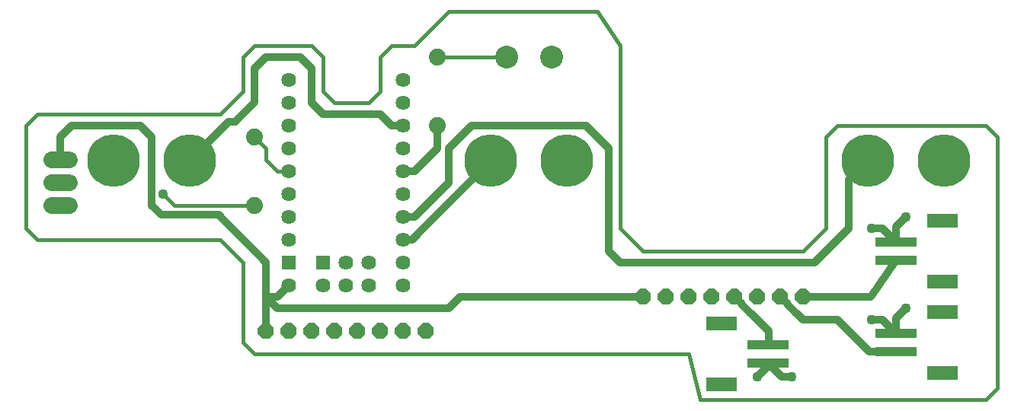
<source format=gtl>
G75*
%MOIN*%
%OFA0B0*%
%FSLAX25Y25*%
%IPPOS*%
%LPD*%
%AMOC8*
5,1,8,0,0,1.08239X$1,22.5*
%
%ADD10C,0.01600*%
%ADD11OC8,0.07000*%
%ADD12C,0.23000*%
%ADD13C,0.06400*%
%ADD14R,0.06400X0.06400*%
%ADD15R,0.18110X0.03937*%
%ADD16R,0.13386X0.06299*%
%ADD17C,0.07400*%
%ADD18C,0.07400*%
%ADD19C,0.10000*%
%ADD20C,0.03200*%
%ADD21C,0.04362*%
D10*
X0107980Y0026800D02*
X0112980Y0021800D01*
X0302980Y0021800D01*
X0307980Y0001800D01*
X0432980Y0001800D01*
X0437980Y0006800D01*
X0437980Y0116800D01*
X0432980Y0121800D01*
X0367980Y0121800D01*
X0362980Y0116800D01*
X0362980Y0076800D01*
X0352980Y0066800D01*
X0282980Y0066800D01*
X0272980Y0076800D01*
X0272980Y0156800D01*
X0262980Y0171800D01*
X0197980Y0171800D01*
X0182980Y0156800D01*
X0172980Y0156800D01*
X0167980Y0151800D01*
X0167980Y0136800D01*
X0162980Y0131800D01*
X0147980Y0131800D01*
X0142980Y0136800D01*
X0142980Y0151800D01*
X0137980Y0156800D01*
X0112980Y0156800D01*
X0107980Y0151800D01*
X0107980Y0136800D01*
X0097980Y0126800D01*
X0017980Y0126800D01*
X0012980Y0121800D01*
X0012980Y0076800D01*
X0017980Y0071800D01*
X0097980Y0071800D01*
X0107980Y0061800D01*
X0107980Y0026800D01*
X0112980Y0086800D02*
X0077980Y0086800D01*
X0072980Y0091800D01*
X0117980Y0106800D02*
X0122980Y0101800D01*
X0127980Y0101800D01*
X0117980Y0106800D02*
X0117980Y0111800D01*
X0112980Y0116800D01*
X0192980Y0151800D02*
X0223137Y0151800D01*
X0215918Y0106800D02*
X0216308Y0106410D01*
D11*
X0282980Y0046800D03*
X0292980Y0046800D03*
X0302980Y0046800D03*
X0312980Y0046800D03*
X0322980Y0046800D03*
X0332980Y0046800D03*
X0342980Y0046800D03*
X0352980Y0046800D03*
X0187980Y0031800D03*
X0177980Y0031800D03*
X0167980Y0031800D03*
X0157980Y0031800D03*
X0147980Y0031800D03*
X0137980Y0031800D03*
X0127980Y0031800D03*
X0117980Y0031800D03*
D12*
X0084609Y0106410D03*
X0051308Y0106410D03*
X0216308Y0106410D03*
X0249609Y0106410D03*
X0381308Y0106410D03*
X0414609Y0106410D03*
D13*
X0177980Y0101800D03*
X0177980Y0091800D03*
X0177980Y0081800D03*
X0177980Y0071800D03*
X0177980Y0061800D03*
X0162980Y0061800D03*
X0152980Y0061800D03*
X0152980Y0051800D03*
X0142980Y0051800D03*
X0127980Y0051800D03*
X0162980Y0051800D03*
X0177980Y0051800D03*
X0127980Y0071800D03*
X0127980Y0081800D03*
X0127980Y0091800D03*
X0127980Y0101800D03*
X0127980Y0111800D03*
X0127980Y0121800D03*
X0127980Y0131800D03*
X0127980Y0141800D03*
X0177980Y0141800D03*
X0177980Y0131800D03*
X0177980Y0121800D03*
X0177980Y0111800D03*
D14*
X0142980Y0061800D03*
X0127980Y0061800D03*
D15*
X0337547Y0025737D03*
X0337547Y0017863D03*
X0393413Y0022863D03*
X0393413Y0030737D03*
X0393413Y0062863D03*
X0393413Y0070737D03*
D16*
X0413886Y0080186D03*
X0413886Y0053414D03*
X0413886Y0040186D03*
X0413886Y0013414D03*
X0317074Y0008414D03*
X0317074Y0035186D03*
D17*
X0031680Y0086800D02*
X0024280Y0086800D01*
X0024280Y0096800D02*
X0031680Y0096800D01*
X0031680Y0106800D02*
X0024280Y0106800D01*
D18*
X0112980Y0116800D03*
X0112980Y0086800D03*
X0192980Y0121800D03*
X0192980Y0151800D03*
D19*
X0223137Y0151800D03*
X0242823Y0151800D03*
D20*
X0172980Y0121800D02*
X0167980Y0126800D01*
X0142980Y0126800D01*
X0137980Y0131800D01*
X0137980Y0146800D01*
X0132980Y0151800D01*
X0117980Y0151800D01*
X0112980Y0146800D01*
X0112980Y0131992D01*
X0104388Y0123400D01*
X0101599Y0123400D01*
X0084609Y0106410D01*
X0067980Y0116800D02*
X0062980Y0121800D01*
X0032980Y0121800D01*
X0027980Y0116800D01*
X0027980Y0106800D01*
X0067980Y0116800D02*
X0067980Y0086800D01*
X0072080Y0082700D01*
X0097080Y0082700D01*
X0117980Y0061800D01*
X0117980Y0046800D01*
X0122980Y0041800D01*
X0197980Y0041800D01*
X0202980Y0046800D01*
X0282980Y0046800D01*
X0272980Y0061800D02*
X0357980Y0061800D01*
X0372980Y0076800D01*
X0372980Y0098082D01*
X0381308Y0106410D01*
X0397980Y0081800D02*
X0393413Y0077233D01*
X0393413Y0070737D01*
X0387350Y0076800D01*
X0382980Y0076800D01*
X0393413Y0062863D02*
X0382350Y0046800D01*
X0352980Y0046800D01*
X0345711Y0044069D02*
X0345711Y0043789D01*
X0349969Y0039531D01*
X0350248Y0039531D01*
X0352980Y0036800D01*
X0367980Y0036800D01*
X0381917Y0022863D01*
X0393413Y0022863D01*
X0393413Y0030737D02*
X0393413Y0037233D01*
X0397980Y0041800D01*
X0387350Y0036800D02*
X0382980Y0036800D01*
X0387350Y0036800D02*
X0393413Y0030737D01*
X0345711Y0044069D02*
X0342980Y0046800D01*
X0330248Y0039531D02*
X0337980Y0031800D01*
X0337980Y0026170D01*
X0337547Y0025737D01*
X0337547Y0017863D02*
X0337547Y0016367D01*
X0332980Y0011800D01*
X0337547Y0017863D02*
X0343610Y0011800D01*
X0347980Y0011800D01*
X0330248Y0039531D02*
X0329969Y0039531D01*
X0325711Y0043789D01*
X0325711Y0044069D01*
X0322980Y0046800D01*
X0272980Y0061800D02*
X0267980Y0066800D01*
X0267980Y0111800D01*
X0257980Y0121800D01*
X0207980Y0121800D01*
X0197980Y0111800D01*
X0197980Y0096800D01*
X0182980Y0081800D01*
X0177980Y0081800D01*
X0177980Y0071800D02*
X0181698Y0071800D01*
X0216308Y0106410D01*
X0192980Y0111800D02*
X0182980Y0101800D01*
X0177980Y0101800D01*
X0192980Y0111800D02*
X0192980Y0121800D01*
X0177980Y0121800D02*
X0172980Y0121800D01*
X0127980Y0051800D02*
X0122980Y0046800D01*
X0117980Y0046800D01*
X0117980Y0031800D01*
D21*
X0072980Y0091800D03*
X0332980Y0011800D03*
X0347980Y0011800D03*
X0382980Y0036800D03*
X0397980Y0041800D03*
X0382980Y0076800D03*
X0397980Y0081800D03*
M02*

</source>
